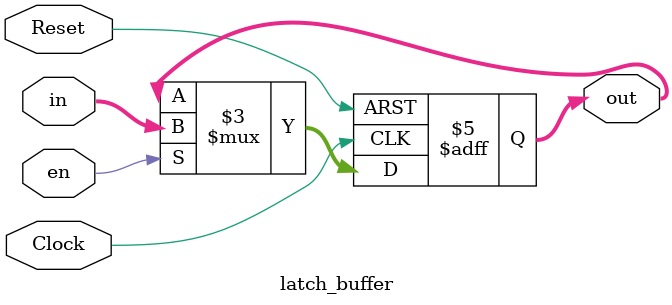
<source format=v>
`default_nettype none
module latch_buffer(
   input Clock,
   input Reset,
   input en,
   input [N-1:0] in,
   output reg [N-1:0] out
);
   parameter N = 8;

   always @(posedge Clock, negedge Reset)
      if (~Reset)
         out <= 1'bx;
      else if (en)
         out <= in;

endmodule

</source>
